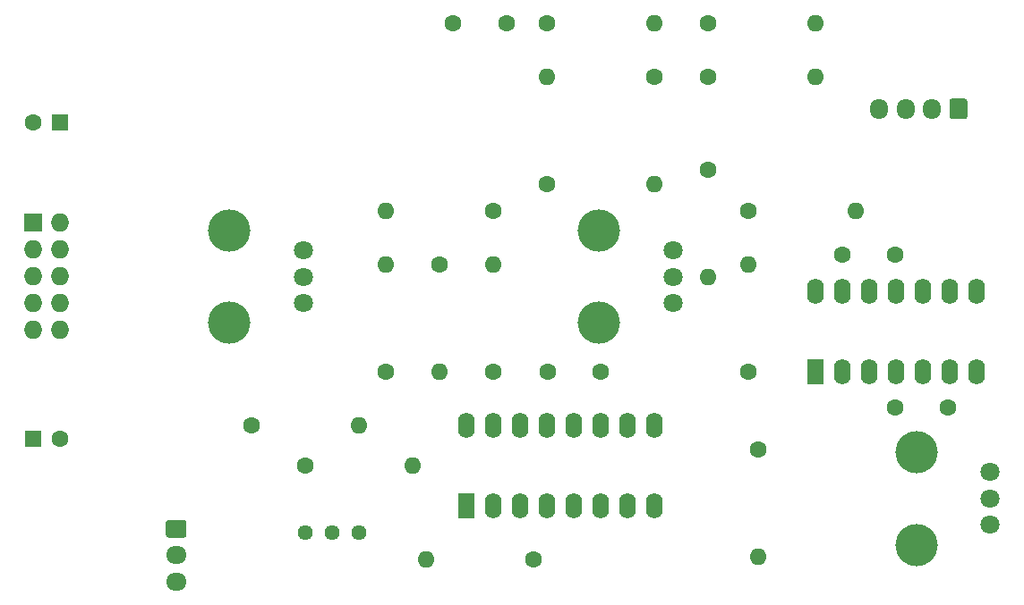
<source format=gbr>
%TF.GenerationSoftware,KiCad,Pcbnew,(5.1.7)-1*%
%TF.CreationDate,2020-11-22T12:34:15-07:00*%
%TF.ProjectId,cem3340_board_mount,63656d33-3334-4305-9f62-6f6172645f6d,rev?*%
%TF.SameCoordinates,Original*%
%TF.FileFunction,Soldermask,Bot*%
%TF.FilePolarity,Negative*%
%FSLAX46Y46*%
G04 Gerber Fmt 4.6, Leading zero omitted, Abs format (unit mm)*
G04 Created by KiCad (PCBNEW (5.1.7)-1) date 2020-11-22 12:34:15*
%MOMM*%
%LPD*%
G01*
G04 APERTURE LIST*
%ADD10O,1.950000X1.700000*%
%ADD11C,4.000000*%
%ADD12C,1.800000*%
%ADD13O,1.600000X1.600000*%
%ADD14C,1.600000*%
%ADD15O,1.700000X1.950000*%
%ADD16O,1.600000X2.400000*%
%ADD17R,1.600000X2.400000*%
%ADD18O,1.727200X1.727200*%
%ADD19R,1.727200X1.727200*%
%ADD20C,1.440000*%
%ADD21R,1.600000X1.600000*%
G04 APERTURE END LIST*
D10*
%TO.C,J1*%
X125000000Y-114000000D03*
X125000000Y-111500000D03*
G36*
G01*
X124275000Y-108150000D02*
X125725000Y-108150000D01*
G75*
G02*
X125975000Y-108400000I0J-250000D01*
G01*
X125975000Y-109600000D01*
G75*
G02*
X125725000Y-109850000I-250000J0D01*
G01*
X124275000Y-109850000D01*
G75*
G02*
X124025000Y-109600000I0J250000D01*
G01*
X124025000Y-108400000D01*
G75*
G02*
X124275000Y-108150000I250000J0D01*
G01*
G37*
%TD*%
D11*
%TO.C,PWM_CV1*%
X195000000Y-110500000D03*
X195000000Y-101700000D03*
D12*
X202000000Y-108600000D03*
X202000000Y-106100000D03*
X202000000Y-103600000D03*
%TD*%
D13*
%TO.C,R7*%
X155020000Y-83940000D03*
D14*
X155020000Y-94100000D03*
%TD*%
D13*
%TO.C,R11*%
X149940000Y-94100000D03*
D14*
X149940000Y-83940000D03*
%TD*%
D13*
%TO.C,R13*%
X170260000Y-76320000D03*
D14*
X170260000Y-66160000D03*
%TD*%
%TO.C,C1*%
X193000000Y-97500000D03*
X198000000Y-97500000D03*
%TD*%
D11*
%TO.C,Coarse_Tune1*%
X130000000Y-89500000D03*
X130000000Y-80700000D03*
D12*
X137000000Y-87600000D03*
X137000000Y-85100000D03*
X137000000Y-82600000D03*
%TD*%
D11*
%TO.C,Pulse_Width1*%
X165000000Y-89500000D03*
X165000000Y-80700000D03*
D12*
X172000000Y-87600000D03*
X172000000Y-85100000D03*
X172000000Y-82600000D03*
%TD*%
D13*
%TO.C,R15*%
X144860000Y-78860000D03*
D14*
X155020000Y-78860000D03*
%TD*%
D13*
%TO.C,R16*%
X189310000Y-78860000D03*
D14*
X179150000Y-78860000D03*
%TD*%
D13*
%TO.C,R5*%
X179150000Y-83940000D03*
D14*
X179150000Y-94100000D03*
%TD*%
%TO.C,J2*%
G36*
G01*
X199830000Y-68475000D02*
X199830000Y-69925000D01*
G75*
G02*
X199580000Y-70175000I-250000J0D01*
G01*
X198380000Y-70175000D01*
G75*
G02*
X198130000Y-69925000I0J250000D01*
G01*
X198130000Y-68475000D01*
G75*
G02*
X198380000Y-68225000I250000J0D01*
G01*
X199580000Y-68225000D01*
G75*
G02*
X199830000Y-68475000I0J-250000D01*
G01*
G37*
D15*
X196480000Y-69200000D03*
X193980000Y-69200000D03*
X191480000Y-69200000D03*
%TD*%
D16*
%TO.C,U1*%
X185500000Y-86480000D03*
X200740000Y-94100000D03*
X188040000Y-86480000D03*
X198200000Y-94100000D03*
X190580000Y-86480000D03*
X195660000Y-94100000D03*
X193120000Y-86480000D03*
X193120000Y-94100000D03*
X195660000Y-86480000D03*
X190580000Y-94100000D03*
X198200000Y-86480000D03*
X188040000Y-94100000D03*
X200740000Y-86480000D03*
D17*
X185500000Y-94100000D03*
%TD*%
D16*
%TO.C,U2*%
X152480000Y-99180000D03*
X170260000Y-106800000D03*
X155020000Y-99180000D03*
X167720000Y-106800000D03*
X157560000Y-99180000D03*
X165180000Y-106800000D03*
X160100000Y-99180000D03*
X162640000Y-106800000D03*
X162640000Y-99180000D03*
X160100000Y-106800000D03*
X165180000Y-99180000D03*
X157560000Y-106800000D03*
X167720000Y-99180000D03*
X155020000Y-106800000D03*
X170260000Y-99180000D03*
D17*
X152480000Y-106800000D03*
%TD*%
D13*
%TO.C,R14*%
X180000000Y-111660000D03*
D14*
X180000000Y-101500000D03*
%TD*%
D13*
%TO.C,R12*%
X142320000Y-99180000D03*
D14*
X132160000Y-99180000D03*
%TD*%
%TO.C,R10*%
X160100000Y-76320000D03*
D13*
X160100000Y-66160000D03*
%TD*%
%TO.C,R9*%
X148670000Y-111880000D03*
D14*
X158830000Y-111880000D03*
%TD*%
D13*
%TO.C,R8*%
X147400000Y-102990000D03*
D14*
X137240000Y-102990000D03*
%TD*%
D13*
%TO.C,R6*%
X175340000Y-85160000D03*
D14*
X175340000Y-75000000D03*
%TD*%
D13*
%TO.C,R4*%
X170260000Y-61080000D03*
D14*
X160100000Y-61080000D03*
%TD*%
D13*
%TO.C,R3*%
X144860000Y-83940000D03*
D14*
X144860000Y-94100000D03*
%TD*%
D13*
%TO.C,R2*%
X185500000Y-61080000D03*
D14*
X175340000Y-61080000D03*
%TD*%
D13*
%TO.C,R1*%
X185500000Y-66160000D03*
D14*
X175340000Y-66160000D03*
%TD*%
D18*
%TO.C,J3*%
X114040000Y-90160000D03*
X111500000Y-90160000D03*
X114040000Y-87620000D03*
X111500000Y-87620000D03*
X114040000Y-85080000D03*
X111500000Y-85080000D03*
X114040000Y-82540000D03*
X111500000Y-82540000D03*
X114040000Y-80000000D03*
D19*
X111500000Y-80000000D03*
%TD*%
D20*
%TO.C,CAL1*%
X142320000Y-109340000D03*
X139780000Y-109340000D03*
X137240000Y-109340000D03*
%TD*%
D14*
%TO.C,C6*%
X165180000Y-94100000D03*
X160180000Y-94100000D03*
%TD*%
%TO.C,C5*%
X111500000Y-70500000D03*
D21*
X114000000Y-70500000D03*
%TD*%
D14*
%TO.C,C4*%
X114000000Y-100500000D03*
D21*
X111500000Y-100500000D03*
%TD*%
D14*
%TO.C,C3*%
X156210000Y-61080000D03*
X151210000Y-61080000D03*
%TD*%
%TO.C,C2*%
X193000000Y-83000000D03*
X188000000Y-83000000D03*
%TD*%
M02*

</source>
